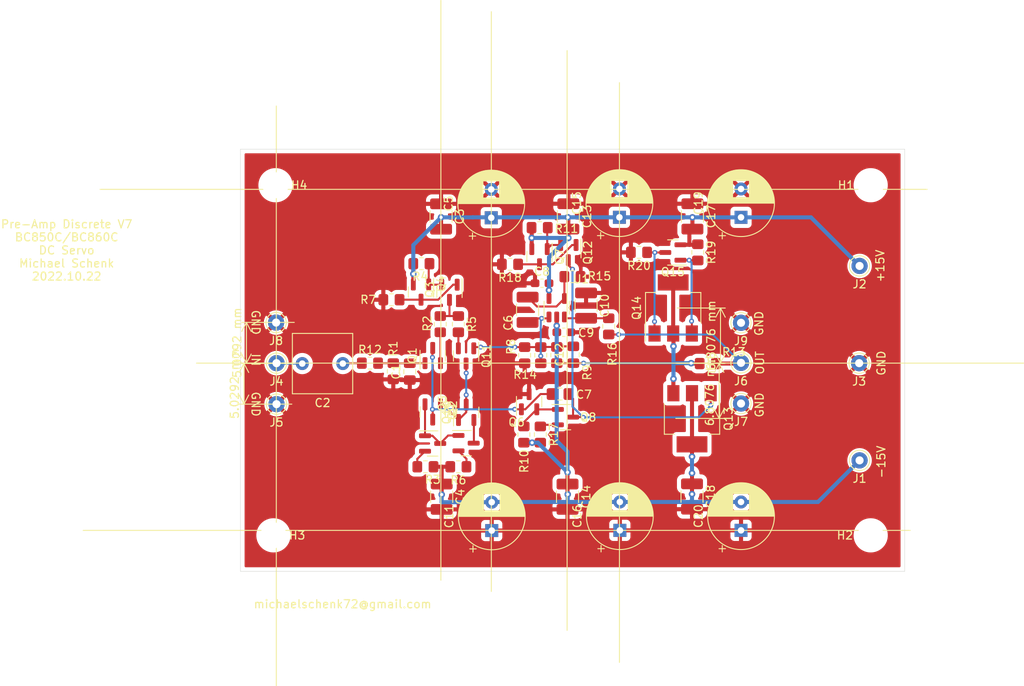
<source format=kicad_pcb>
(kicad_pcb (version 20211014) (generator pcbnew)
  (layers (0 "F.Cu" signal) (31 "B.Cu" signal) (34 "B.Paste" user) (35 "F.Paste" user) (36 "B.SilkS" user "B.Silkscreen") (37 "F.SilkS" user "F.Silkscreen") (38 "B.Mask" user) (39 "F.Mask" user) (44 "Edge.Cuts" user))
  (net 0 "")
  (net 1 "GND")
  (net 2 "+15V")
  (net 3 "Net-(C2-Pad2)")
  (net 4 "Net-(C2-Pad1)")
  (net 5 "-15V")
  (net 6 "Net-(Q1-Pad1)")
  (net 7 "Net-(C7-Pad1)")
  (net 8 "Net-(C10-Pad2)")
  (net 9 "Net-(Q3-Pad3)")
  (net 10 "Net-(Q1-Pad3)")
  (net 11 "Net-(Q6-Pad2)")
  (net 12 "Net-(Q2-Pad3)")
  (net 13 "Net-(C12-Pad2)")
  (net 14 "Net-(C12-Pad1)")
  (net 15 "Net-(C6-Pad2)")
  (net 16 "DCSERVO_OUT")
  (net 17 "DCSERVO_IN")
  (net 18 "Net-(Q1-Pad2)")
  (net 19 "Net-(Q2-Pad2)")
  (net 20 "Net-(Q11-Pad3)")
  (net 21 "Net-(Q5-Pad2)")
  (net 22 "Net-(Q11-Pad2)")
  (net 23 "Net-(R7-Pad1)")
  (net 24 "Net-(R4-Pad2)")
  (net 25 "Net-(Q5-Pad3)")
  (net 26 "Net-(R11-Pad2)")
  (net 27 "Net-(Q7-Pad3)")
  (net 28 "Net-(Q8-Pad2)")
  (net 29 "Net-(Q14-Pad1)")
  (net 30 "Net-(Q14-Pad3)")
  (footprint "Capacitor_THT:C_Rect_L7.2mm_W7.2mm_P5.00mm_FKS2_FKP2_MKS2_MKP2" (layer "F.Cu") (at 134.54 122.3264 180)
    (fp_text reference "C2")
    (fp_text value "2.2uF")
  )
  (footprint "MountingHole:MountingHole_3.2mm_M3" (layer "F.Cu") (at 125.984 143.51)
    (fp_text reference "H3")
    (fp_text value "MountingHole")
  )
  (footprint "Connector_Pin:Pin_D1.0mm_L10.0mm" (layer "F.Cu") (at 126.365 122.2756)
    (fp_text reference "J4")
    (fp_text value "Conn_01x01")
  )
  (footprint "Connector_Pin:Pin_D1.0mm_L10.0mm" (layer "F.Cu") (at 126.365 127.3302)
    (fp_text reference "J5")
    (fp_text value "Conn_01x01")
  )
  (footprint "Package_TO_SOT_SMD:SOT-23" (layer "F.Cu") (at 157.5156 127.0277 90)
    (fp_text reference "Q6")
    (fp_text value "BC850C")
  )
  (footprint "Package_TO_SOT_SMD:SOT-23" (layer "F.Cu") (at 158.8008 109.1415 -90)
    (fp_text reference "Q7")
    (fp_text value "BC860C")
  )
  (footprint "Resistor_SMD:R_0805_2012Metric_Pad1.20x1.40mm_HandSolder" (layer "F.Cu") (at 140.7668 123.2756 -90)
    (fp_text reference "R1")
    (fp_text value "10k")
  )
  (footprint "Resistor_SMD:R_0805_2012Metric_Pad1.20x1.40mm_HandSolder" (layer "F.Cu") (at 146.558 117.4656 -90)
    (fp_text reference "R2")
    (fp_text value "180R")
  )
  (footprint "Resistor_SMD:R_0805_2012Metric_Pad1.20x1.40mm_HandSolder" (layer "F.Cu") (at 144.7292 135.0518)
    (fp_text reference "R3")
    (fp_text value "220R")
  )
  (footprint "Resistor_SMD:R_0805_2012Metric_Pad1.20x1.40mm_HandSolder" (layer "F.Cu") (at 148.7932 117.4656 -90)
    (fp_text reference "R5")
    (fp_text value "180R")
  )
  (footprint "Resistor_SMD:R_0805_2012Metric_Pad1.20x1.40mm_HandSolder" (layer "F.Cu") (at 148.7932 135.0518 180)
    (fp_text reference "R6")
    (fp_text value "220R")
  )
  (footprint "Resistor_SMD:R_0805_2012Metric_Pad1.20x1.40mm_HandSolder" (layer "F.Cu") (at 160.9344 121.2756 90)
    (fp_text reference "R9")
    (fp_text value "22k")
  )
  (footprint "Resistor_SMD:R_0805_2012Metric_Pad1.20x1.40mm_HandSolder" (layer "F.Cu") (at 156.8704 131.08 -90)
    (fp_text reference "R10")
    (fp_text value "1k")
  )
  (footprint "MountingHole:MountingHole_3.2mm_M3" (layer "F.Cu") (at 199.644 143.51)
    (fp_text reference "H2")
    (fp_text value "MountingHole")
  )
  (footprint "MountingHole:MountingHole_3.2mm_M3" (layer "F.Cu") (at 199.644 100.33)
    (fp_text reference "H1")
    (fp_text value "MountingHole")
  )
  (footprint "Resistor_SMD:R_0805_2012Metric_Pad1.20x1.40mm_HandSolder" (layer "F.Cu") (at 158.8168 105.5624)
    (fp_text reference "R11")
    (fp_text value "75R")
  )
  (footprint "MountingHole:MountingHole_3.2mm_M3" (layer "F.Cu") (at 126.238 100.33)
    (fp_text reference "H4")
    (fp_text value "MountingHole")
  )
  (footprint "Resistor_SMD:R_0805_2012Metric_Pad1.20x1.40mm_HandSolder" (layer "F.Cu") (at 156.9659 121.2944 -90)
    (fp_text reference "R8")
    (fp_text value "10k")
  )
  (footprint "Capacitor_SMD:C_0805_2012Metric_Pad1.18x1.45mm_HandSolder" (layer "F.Cu") (at 162.9664 121.2381 90)
    (fp_text reference "C12")
    (fp_text value "0pF")
  )
  (footprint "Connector_Pin:Pin_D1.0mm_L10.0mm" (layer "F.Cu") (at 183.652176 122.2375)
    (fp_text reference "J6")
    (fp_text value "Conn_01x01")
  )
  (footprint "Connector_Pin:Pin_D1.0mm_L10.0mm" (layer "F.Cu") (at 183.652176 127.254)
    (fp_text reference "J7")
    (fp_text value "Conn_01x01")
  )
  (footprint "Resistor_SMD:R_0805_2012Metric_Pad1.20x1.40mm_HandSolder" (layer "F.Cu") (at 179.553376 122.3264 180)
    (fp_text reference "R13")
    (fp_text value "47R")
  )
  (footprint "Package_TO_SOT_SMD:SOT-23" (layer "F.Cu") (at 162.0012 128.9304)
    (fp_text reference "Q8")
    (fp_text value "BC850C")
  )
  (footprint "Capacitor_SMD:C_1210_3225Metric_Pad1.33x2.70mm_HandSolder" (layer "F.Cu") (at 157.3287 115.6931 90)
    (fp_text reference "C6")
    (fp_text value "1uF")
  )
  (footprint "Capacitor_SMD:C_0603_1608Metric_Pad1.08x0.95mm_HandSolder" (layer "F.Cu") (at 159.1078 112.4204)
    (fp_text reference "C8")
    (fp_text value "100nF")
  )
  (footprint "Capacitor_SMD:C_0603_1608Metric_Pad1.08x0.95mm_HandSolder" (layer "F.Cu") (at 161.798 118.4656 180)
    (fp_text reference "C9")
    (fp_text value "100nF")
  )
  (footprint "Capacitor_SMD:C_1210_3225Metric_Pad1.33x2.70mm_HandSolder" (layer "F.Cu") (at 164.5423 115.1759 -90)
    (fp_text reference "C10")
    (fp_text value "1uF")
  )
  (footprint "Connector_Pin:Pin_D1.0mm_L10.0mm" (layer "F.Cu") (at 198.2724 134.2644)
    (fp_text reference "J1")
    (fp_text value "Conn_01x01")
  )
  (footprint "Connector_Pin:Pin_D1.0mm_L10.0mm" (layer "F.Cu") (at 198.2724 110.2868)
    (fp_text reference "J2")
    (fp_text value "Conn_01x01")
  )
  (footprint "Connector_Pin:Pin_D1.0mm_L10.0mm" (layer "F.Cu") (at 198.2216 122.2756)
    (fp_text reference "J3")
    (fp_text value "Conn_01x01")
  )
  (footprint "Package_TO_SOT_SMD:SOT-23" (layer "F.Cu") (at 147.6949 113.5346 -90)
    (fp_text reference "Q3")
    (fp_text value "BC860C")
  )
  (footprint "Package_TO_SOT_SMD:SOT-23" (layer "F.Cu") (at 144.1856 113.5103 -90)
    (fp_text reference "Q4")
    (fp_text value "BC860C")
  )
  (footprint "Resistor_SMD:R_0805_2012Metric_Pad1.20x1.40mm_HandSolder" (layer "F.Cu") (at 144.2306 110.0074)
    (fp_text reference "R4")
    (fp_text value "150R")
  )
  (footprint "Resistor_SMD:R_0805_2012Metric_Pad1.20x1.40mm_HandSolder" (layer "F.Cu") (at 140.5382 114.4524 180)
    (fp_text reference "R7")
    (fp_text value "10k")
  )
  (footprint "Resistor_SMD:R_0805_2012Metric_Pad1.20x1.40mm_HandSolder" (layer "F.Cu") (at 158.9532 121.2944 90)
    (fp_text reference "R14")
    (fp_text value "10k")
  )
  (footprint "Resistor_SMD:R_0805_2012Metric_Pad1.20x1.40mm_HandSolder" (layer "F.Cu") (at 162.8648 111.6076)
    (fp_text reference "R15")
    (fp_text value "100k")
  )
  (footprint "Resistor_SMD:R_0805_2012Metric_Pad1.20x1.40mm_HandSolder" (layer "F.Cu") (at 167.3352 117.7384 90)
    (fp_text reference "R16")
    (fp_text value "100k")
  )
  (footprint "Package_TO_SOT_SMD:TSOT-23-5" (layer "F.Cu") (at 160.9203 115.4411 90)
    (fp_text reference "U1")
    (fp_text value "OPA188xxDBV")
  )
  (footprint "Capacitor_SMD:C_0805_2012Metric_Pad1.18x1.45mm_HandSolder" (layer "F.Cu") (at 161.3115 126.0856 180)
    (fp_text reference "C7")
    (fp_text value "0pF")
  )
  (footprint "Package_TO_SOT_SMD:SOT-23" (layer "F.Cu") (at 145.6284 121.3381 90)
    (fp_text reference "Q1")
    (fp_text value "BC860C")
  )
  (footprint "Package_TO_SOT_SMD:SOT-23" (layer "F.Cu") (at 145.6159 132.1816)
    (fp_text reference "Q2")
    (fp_text value "BC850C")
  )
  (footprint "Package_TO_SOT_SMD:SOT-23" (layer "F.Cu") (at 149.7432 132.1433)
    (fp_text reference "Q5")
    (fp_text value "BC850C")
  )
  (footprint "Package_TO_SOT_SMD:SOT-23" (layer "F.Cu") (at 149.7432 121.3843 -90)
    (fp_text reference "Q11")
    (fp_text value "BC860C")
  )
  (footprint "Resistor_SMD:R_0805_2012Metric_Pad1.20x1.40mm_HandSolder" (layer "F.Cu") (at 171.069776 108.6104 180)
    (fp_text reference "R20")
    (fp_text value "10k")
  )
  (footprint "Package_TO_SOT_SMD:SOT-223-3_TabPin2" (layer "F.Cu") (at 175.284176 115.468 90)
    (fp_text reference "Q14")
    (fp_text value "DZT5401")
  )
  (footprint "Capacitor_THT:CP_Radial_D8.0mm_P3.50mm" (layer "F.Cu") (at 168.7068 142.8952 90)
    (fp_text reference "C16")
    (fp_text value "220uF")
  )
  (footprint "Capacitor_SMD:C_1210_3225Metric_Pad1.33x2.70mm_HandSolder" (layer "F.Cu") (at 177.657776 104.1785 -90)
    (fp_text reference "C17")
    (fp_text value "100nF")
  )
  (footprint "Resistor_SMD:R_0805_2012Metric_Pad1.20x1.40mm_HandSolder" (layer "F.Cu") (at 158.9024 131.08 -90)
    (fp_text reference "R17")
    (fp_text value "56")
  )
  (footprint "Connector_Pin:Pin_D1.0mm_L10.0mm" (layer "F.Cu") (at 126.3142 117.2718)
    (fp_text reference "J8")
    (fp_text value "Conn_01x01")
  )
  (footprint "Package_TO_SOT_SMD:SOT-23" (layer "F.Cu") (at 162.3568 108.6381 -90)
    (fp_text reference "Q12")
    (fp_text value "BC860C")
  )
  (footprint "Capacitor_THT:CP_Radial_D8.0mm_P3.50mm" (layer "F.Cu") (at 152.846212 104.3432 90)
    (fp_text reference "C5")
    (fp_text value "220uF")
  )
  (footprint "Capacitor_SMD:C_1210_3225Metric_Pad1.33x2.70mm_HandSolder" (layer "F.Cu") (at 146.7358 138.7471 -90)
    (fp_text reference "C4")
    (fp_text value "100nF")
  )
  (footprint "Package_TO_SOT_SMD:SOT-23" (layer "F.Cu") (at 175.247076 108.6256 180)
    (fp_text reference "Q15")
    (fp_text value "BC860C")
  )
  (footprint "Resistor_SMD:R_0805_2012Metric_Pad1.20x1.40mm_HandSolder" (layer "F.Cu") (at 178.318176 108.6104 -90)
    (fp_text reference "R19")
    (fp_text value "40.2R")
  )
  (footprint "Capacitor_THT:CP_Radial_D8.0mm_P3.50mm" (layer "F.Cu") (at 183.652176 104.2924 90)
    (fp_text reference "C19")
    (fp_text value "220uF")
  )
  (footprint "Connector_Pin:Pin_D1.0mm_L10.0mm" (layer "F.Cu") (at 183.652176 117.2972)
    (fp_text reference "J9")
    (fp_text value "Conn_01x01")
  )
  (footprint "Capacitor_THT:CP_Radial_D8.0mm_P3.50mm" (layer "F.Cu") (at 168.654107 104.2872 90)
    (fp_text reference "C15")
    (fp_text value "220uF")
  )
  (footprint "Capacitor_SMD:C_1210_3225Metric_Pad1.33x2.70mm_HandSolder" (layer "F.Cu") (at 162.3568 104.1785 -90)
    (fp_text reference "C13")
    (fp_text value "100nF")
  )
  (footprint "Resistor_SMD:R_0805_2012Metric_Pad1.20x1.40mm_HandSolder" (layer "F.Cu") (at 155.1592 110.0836 180)
    (fp_text reference "R18")
    (fp_text value "10k")
  )
  (footprint "Package_TO_SOT_SMD:SOT-23" (layer "F.Cu") (at 149.7584 128.3439 90)
    (fp_text reference "Q10")
    (fp_text value "BC850C")
  )
  (footprint "Capacitor_SMD:C_1210_3225Metric_Pad1.33x2.70mm_HandSolder" (layer "F.Cu") (at 146.6596 104.1908 -90)
    (fp_text reference "C3")
    (fp_text value "100nF")
  )
  (footprint "Resistor_SMD:R_0805_2012Metric_Pad1.20x1.40mm_HandSolder" (layer "F.Cu") (at 137.8872 122.2756)
    (fp_text reference "R12")
    (fp_text value "470R")
  )
  (footprint "Capacitor_SMD:C_1210_3225Metric_Pad1.33x2.70mm_HandSolder" (layer "F.Cu") (at 177.606976 138.7225 -90)
    (fp_text reference "C18")
    (fp_text value "100nF")
  )
  (footprint "Package_TO_SOT_SMD:SOT-223-3_TabPin2" (layer "F.Cu") (at 177.606976 129.134 -90)
    (fp_text reference "Q13")
    (fp_text value "DZT5401")
  )
  (footprint "Capacitor_SMD:C_1210_3225Metric_Pad1.33x2.70mm_HandSolder" (layer "F.Cu") (at 162.2552 138.7471 -90)
    (fp_text reference "C14")
    (fp_text value "100nF")
  )
  (footprint "Capacitor_SMD:C_0805_2012Metric_Pad1.18x1.45mm_HandSolder" (layer "F.Cu") (at 142.7988 123.3209 90)
    (fp_text reference "C1")
    (fp_text value "47p")
  )
  (footprint "Capacitor_THT:CP_Radial_D8.0mm_P3.50mm" (layer "F.Cu") (at 183.652176 142.8952 90)
    (fp_text reference "C20")
    (fp_text value "220uF")
  )
  (footprint "Capacitor_THT:CP_Radial_D8.0mm_P3.50mm" (layer "F.Cu") (at 152.908 142.9206 90)
    (fp_text reference "C11")
    (fp_text value "220uF")
  )
  (footprint "Package_TO_SOT_SMD:SOT-23" (layer "F.Cu") (at 145.6284 128.2931 -90)
    (fp_text reference "Q9")
    (fp_text value "BC850C")
  )
  (gr_line (start 104.6036 100.838) (end 206.6036 100.838) (layer "F.SilkS") (width 0.12))
  (gr_line (start 146.6342 77.5472) (end 146.6342 149.0472) (layer "F.SilkS") (width 0.12))
  (gr_line (start 152.8572 78.931) (end 152.8572 150.431) (layer "F.SilkS") (width 0.12))
  (gr_line (start 102.5208 142.9004) (end 204.5208 142.9004) (layer "F.SilkS") (width 0.12))
  (gr_line (start 168.656 87.6808) (end 168.656 159.1808) (layer "F.SilkS") (width 0.12))
  (gr_line (start 162.2044 83.7316) (end 162.2044 155.2316) (layer "F.SilkS") (width 0.12))
  (gr_line (start 126.3396 90.5642) (end 126.3396 162.0642) (layer "F.SilkS") (width 0.12))
  (gr_line (start 116.5 122.2756) (end 218.5 122.2756) (layer "F.SilkS") (width 0.12))
  (gr_line (start 203.835 95.885) (end 121.92 95.885) (layer "Edge.Cuts") (width 0.05))
  (gr_line (start 203.835 147.955) (end 203.835 95.885) (layer "Edge.Cuts") (width 0.05))
  (gr_line (start 121.92 95.885) (end 121.92 96.52) (layer "Edge.Cuts") (width 0.05))
  (gr_line (start 121.92 96.52) (end 121.92 147.955) (layer "Edge.Cuts") (width 0.05))
  (gr_line (start 121.92 147.955) (end 203.835 147.955) (layer "Edge.Cuts") (width 0.05))
  (gr_text "GND" (at 185.928 127.4318 90) (layer "F.SilkS") (effects (font (size 1 1))))
  (gr_text "OUT" (at 185.9788 122.2248 90) (layer "F.SilkS") (effects (font (size 1 1))))
  (gr_text "GND" (at 200.9521 122.2756 90) (layer "F.SilkS") (effects (font (size 1 1))))
  (gr_text "Pre-Amp Discrete V7\nBC850C/BC860C\nDC Servo\nMichael Schenk\n2022.10.22" (at 100.4824 108.3564) (layer "F.SilkS") (effects (font (size 1 1))))
  (gr_text "michaelschenk72@gmail.com" (at 134.5184 151.9936) (layer "F.SilkS") (effects (font (size 1 1))))
  (gr_text "+15V" (at 200.8124 110.2868 90) (layer "F.SilkS") (effects (font (size 1 1))))
  (gr_text "GND" (at 185.8772 117.3734 90) (layer "F.SilkS") (effects (font (size 1 1))))
  (gr_text "IN" (at 123.7996 121.8692 270) (layer "F.SilkS") (effects (font (size 1 1))))
  (gr_text "GND" (at 123.7996 117.2464 270) (layer "F.SilkS") (effects (font (size 1 1))))
  (gr_text "-15V" (at 200.9394 134.4549 90) (layer "F.SilkS") (effects (font (size 1 1))))
  (gr_text "GND" (at 123.7996 127.3302 270) (layer "F.SilkS") (effects (font (size 1 1))))
  (dimension (type aligned) (layer "F.SilkS") (pts (xy 129.0574 122.2756) (xy 129.0574 117.2464)) (height -6.4008) (gr_text "5.0292 mm" (at 121.5066 119.761 90) (layer "F.SilkS") (effects (font (size 1 1) (thickness 0.15)))) (format (units 3) (units_format 1) (precision 4)) (style (thickness 0.12) (arrow_length 1.27) (text_position_mode 0) (extension_height 0.58642) (extension_offset 0.5) keep_text_aligned))
  (dimension (type aligned) (layer "F.SilkS") (pts (xy 128.7526 127.3302) (xy 128.7526 122.301)) (height -6.4008) (gr_text "5.0292 mm" (at 121.2018 124.8156 90) (layer "F.SilkS") (effects (font (size 1 1) (thickness 0.15)))) (format (units 3) (units_format 1) (precision 4)) (style (thickness 0.12) (arrow_length 1.27) (text_position_mode 0) (extension_height 0.58642) (extension_offset 0.5) keep_text_aligned))
  (dimension (type aligned) (layer "F.SilkS") (pts (xy 175.284176 115.468) (xy 175.270176 122.2756)) (height -5.841151) (gr_text "6.8076 mm" (at 179.968317 118.881447 89.88216996) (layer "F.SilkS") (effects (font (size 1 1) (thickness 0.15)))) (format (units 3) (units_format 1) (precision 4)) (style (thickness 0.12) (arrow_length 1.27) (text_position_mode 0) (extension_height 0.58642) (extension_offset 0.5) keep_text_aligned))
  (dimension (type aligned) (layer "F.SilkS") (pts (xy 175.118637 122.2756) (xy 175.104637 129.0832)) (height -5.841151) (gr_text "6.8076 mm" (at 179.802778 125.689047 89.88216996) (layer "F.SilkS") (effects (font (size 1 1) (thickness 0.15)))) (format (units 3) (units_format 1) (precision 4)) (style (thickness 0.12) (arrow_length 1.27) (text_position_mode 0) (extension_height 0.58642) (extension_offset 0.5) keep_text_aligned))
  (segment (start 162.3568 105.741) (end 162.3568 104.3432) (width 0.5) (layer "F.Cu") (net 2))
  (segment (start 146.6596 104.2924) (end 146.6596 105.7533) (width 0.5) (layer "F.Cu") (net 2))
  (segment (start 157.8356 106.8324) (end 157.8356 108.1888) (width 0.5) (layer "F.Cu") (net 2))
  (segment (start 162.3568 104.3432) (end 162.3008 104.2872) (width 0.5) (layer "F.Cu") (net 2))
  (segment (start 157.8356 105.5812) (end 157.8168 105.5624) (width 0.5) (layer "F.Cu") (net 2))
  (segment (start 157.8356 106.8324) (end 157.8356 105.5812) (width 0.5) (layer "F.Cu") (net 2))
  (segment (start 143.2356 110.0124) (end 143.2306 110.0074) (width 0.5) (layer "F.Cu") (net 2))
  (segment (start 143.2356 111.2724) (end 143.2356 110.0124) (width 0.5) (layer "F.Cu") (net 2))
  (segment (start 178.252976 107.6756) (end 178.318176 107.6104) (width 0.5) (layer "F.Cu") (net 2))
  (segment (start 177.281776 106.117) (end 177.657776 105.741) (width 0.5) (layer "F.Cu") (net 2))
  (segment (start 177.657776 105.741) (end 177.657776 104.2924) (width 0.5) (layer "F.Cu") (net 2))
  (segment (start 162.3568 105.741) (end 162.3568 106.8324) (width 0.5) (layer "F.Cu") (net 2))
  (segment (start 177.281776 107.6756) (end 177.281776 106.117) (width 0.5) (layer "F.Cu") (net 2))
  (segment (start 159.9703 114.3036) (end 159.9703 113.2829) (width 0.5) (layer "F.Cu") (net 2))
  (segment (start 157.8356 108.1888) (end 157.8508 108.204) (width 0.5) (layer "F.Cu") (net 2))
  (segment (start 143.2356 112.5728) (end 143.2356 111.2724) (width 0.5) (layer "F.Cu") (net 2))
  (segment (start 177.281776 107.6756) (end 178.252976 107.6756) (width 0.5) (layer "F.Cu") (net 2))
  (segment (start 159.9703 113.2829) (end 159.9703 112.4204) (width 0.5) (layer "F.Cu") (net 2))
  (segment (start 176.184576 107.6756) (end 177.281776 107.6756) (width 0.5) (layer "F.Cu") (net 2))
  (via (at 157.8356 106.8324) (size 0.8) (drill 0.4) (layers "F.Cu" "B.Cu") (net 2))
  (via (at 143.2356 111.2724) (size 0.8) (drill 0.4) (layers "F.Cu" "B.Cu") (net 2))
  (via (at 146.6596 104.2924) (size 0.8) (drill 0.4) (layers "F.Cu" "B.Cu") (net 2))
  (via (at 159.9703 113.2829) (size 0.8) (drill 0.4) (layers "F.Cu" "B.Cu") (net 2))
  (via (at 162.3008 104.2872) (size 0.8) (drill 0.4) (layers "F.Cu" "B.Cu") (net 2))
  (via (at 162.3568 106.8324) (size 0.8) (drill 0.4) (layers "F.Cu" "B.Cu") (net 2))
  (via (at 177.657776 104.2924) (size 0.8) (drill 0.4) (layers "F.Cu" "B.Cu") (net 2))
  (segment (start 177.652576 104.2872) (end 168.654107 104.2872) (width 0.5) (layer "B.Cu") (net 2))
  (segment (start 177.657776 104.2924) (end 177.652576 104.2872) (width 0.5) (layer "B.Cu") (net 2))
  (segment (start 162.3008 104.2872) (end 150.5764 104.2872) (width 0.5) (layer "B.Cu") (net 2))
  (segment (start 168.654107 104.2872) (end 162.3008 104.2872) (width 0.5) (layer "B.Cu") (net 2))
  (segment (start 162.3568 106.8324) (end 157.8356 106.8324) (width 0.5) (layer "B.Cu") (net 2))
  (segment (start 143.2356 111.2724) (end 143.2356 107.7164) (width 0.5) (layer "B.Cu") (net 2))
  (segment (start 143.2356 107.7164) (end 146.6596 104.2924) (width 0.5) (layer "B.Cu") (net 2))
  (segment (start 159.9703 109.2189) (end 162.3568 106.8324) (width 0.5) (layer "B.Cu") (net 2))
  (segment (start 150.5764 104.2872) (end 150.5712 104.2924) (width 0.5) (layer "B.Cu") (net 2))
  (segment (start 150.5712 104.2924) (end 146.6596 104.2924) (width 0.5) (layer "B.Cu") (net 2))
  (segment (start 183.652176 104.2924) (end 177.657776 104.2924) (width 0.5) (layer "B.Cu") (net 2))
  (segment (start 183.652176 104.2924) (end 192.278 104.2924) (width 0.5) (layer "B.Cu") (net 2))
  (segment (start 192.278 104.2924) (end 198.2724 110.2868) (width 0.5) (layer "B.Cu") (net 2))
  (segment (start 159.9703 113.2829) (end 159.9703 109.2189) (width 0.5) (layer "B.Cu") (net 2))
  (segment (start 129.54 122.3264) (end 126.4158 122.3264) (width 0.25) (layer "B.Cu") (net 3))
  (segment (start 126.4158 122.3264) (end 126.365 122.2756) (width 0.25) (layer "B.Cu") (net 3))
  (segment (start 134.5908 122.2756) (end 134.54 122.3264) (width 0.25) (layer "F.Cu") (net 4))
  (segment (start 136.8872 122.2756) (end 134.5908 122.2756) (width 0.25) (layer "F.Cu") (net 4))
  (segment (start 146.7358 138.4808) (end 146.7358 137.1846) (width 0.5) (layer "F.Cu") (net 5))
  (segment (start 146.7358 135.0518) (end 145.7292 135.0518) (width 0.5) (layer "F.Cu") (net 5))
  (segment (start 160.9203 117.6669) (end 160.9203 118.4504) (width 0.5) (layer "F.Cu") (net 5))
  (segment (start 177.606976 132.284) (end 177.606976 125.984) (width 0.5) (layer "F.Cu") (net 5))
  (segment (start 146.7358 137.1846) (end 146.7358 135.0518) (width 0.5) (layer "F.Cu") (net 5))
  (segment (start 177.606976 133.8072) (end 177.606976 132.284) (width 0.5) (layer "F.Cu") (net 5))
  (segment (start 160.9203 118.4504) (end 160.9355 118.4656) (width 0.5) (layer "F.Cu") (net 5))
  (segment (start 162.2552 137.1846) (end 162.2552 138.43) (width 0.5) (layer "F.Cu") (net 5))
  (segment (start 160.9203 116.5786) (end 160.9203 117.6669) (width 0.5) (layer "F.Cu") (net 5))
  (segment (start 177.606976 137.16) (end 177.606976 138.43) (width 0.5) (layer "F.Cu") (net 5))
  (segment (start 147.7932 135.0518) (end 146.7358 135.0518) (width 0.5) (layer "F.Cu") (net 5))
  (segment (start 177.606976 137.16) (end 177.606976 135.8392) (width 0.5) (layer "F.Cu") (net 5))
  (segment (start 162.2552 138.43) (end 162.2806 138.4554) (width 0.5) (layer "F.Cu") (net 5))
  (segment (start 160.9355 116.7663) (end 160.9203 116.7511) (width 0.25) (layer "F.Cu") (net 5))
  (segment (start 158.9024 132.08) (end 157.8864 132.08) (width 0.5) (layer "F.Cu") (net 5))
  (segment (start 162.2552 137.1846) (end 162.2552 135.7376) (width 0.5) (layer "F.Cu") (net 5))
  (segment (start 157.8864 132.08) (end 156.8704 132.08) (width 0.5) (layer "F.Cu") (net 5))
  (via (at 162.2552 135.7376) (size 0.8) (drill 0.4) (layers "F.Cu" "B.Cu") (net 5))
  (via (at 177.606976 138.43) (size 0.8) (drill 0.4) (layers "F.Cu" "B.Cu") (net 5))
  (via (at 160.9203 117.6669) (size 0.8) (drill 0.4) (layers "F.Cu" "B.Cu") (net 5))
  (via (at 177.606976 135.8392) (size 0.8) (drill 0.4) (layers "F.Cu" "B.Cu") (net 5))
  (via (at 162.2806 138.4554) (size 0.8) (drill 0.4) (layers "F.Cu" "B.Cu") (net 5))
  (via (at 146.7358 138.4808) (size 0.8) (drill 0.4) (layers "F.Cu" "B.Cu") (net 5))
  (via (at 177.606976 133.8072) (size 0.8) (drill 0.4) (layers "F.Cu" "B.Cu") (net 5))
  (via (at 157.8864 132.08) (size 0.8) (drill 0.4) (layers "F.Cu" "B.Cu") (net 5))
  (segment (start 158.5976 132.08) (end 157.8864 132.08) (width 0.5) (layer "B.Cu") (net 5))
  (segment (start 177.606976 138.43) (end 177.606976 139.192) (width 0.5) (layer "B.Cu") (net 5))
  (segment (start 177.403776 139.3952) (end 168.7068 139.3952) (width 0.5) (layer "B.Cu") (net 5))
  (segment (start 183.652176 139.3952) (end 177.403776 139.3952) (width 0.5) (layer "B.Cu") (net 5))
  (segment (start 168.7068 139.3952) (end 162.2806 139.3952) (width 0.5) (layer "B.Cu") (net 5))
  (segment (start 162.2552 133.1976) (end 162.2552 135.7376) (width 0.5) (layer "B.Cu") (net 5))
  (segment (start 162.2806 138.4554) (end 162.2806 139.3952) (width 0.5) (layer "B.Cu") (net 5))
  (segment (start 152.9334 139.3952) (end 152.908 139.4206) (width 0.5) (layer "B.Cu") (net 5))
  (segment (start 160.9203 131.8627) (end 162.2552 133.1976) (width 0.5) (layer "B.Cu") (net 5))
  (segment (start 193.1416 139.3952) (end 198.2724 134.2644) (width 0.5) (layer "B.Cu") (net 5))
  (segment (start 162.2552 135.7376) (end 158.5976 132.08) (width 0.5) (layer "B.Cu") (net 5))
  (segment (start 177.606976 139.192) (end 177.403776 139.3952) (width 0.5) (layer "B.Cu") (net 5))
  (segment (start 183.652176 139.3952) (end 193.1416 139.3952) (width 0.5) (layer "B.Cu") (net 5))
  (segment (start 177.606976 135.8392) (end 177.606976 133.8072) (width 0.5) (layer "B.Cu") (net 5))
  (segment (start 162.2806 139.3952) (end 152.9334 139.3952) (width 0.5) (layer "B.Cu") (net 5))
  (segment (start 146.7358 139.4206) (end 146.7358 138.4808) (width 0.5) (layer "B.Cu") (net 5))
  (segment (start 152.908 139.4206) (end 146.7358 139.4206) (width 0.5) (layer "B.Cu") (net 5))
  (segment (start 160.9203 117.6669) (end 160.9203 131.8627) (width 0.5) (layer "B.Cu") (net 5))
  (segment (start 144.6784 122.2756) (end 142.8066 122.2756) (width 0.25) (layer "F.Cu") (net 6))
  (segment (start 140.7668 122.2756) (end 138.8872 122.2756) (width 0.25) (layer "F.Cu") (net 6))
  (segment (start 140.7746 122.2834) (end 140.7668 122.2756) (width 0.25) (layer "F.Cu") (net 6))
  (segment (start 142.7988 122.2834) (end 140.7746 122.2834) (width 0.25) (layer "F.Cu") (net 6))
  (segment (start 142.8066 122.2756) (end 142.7988 122.2834) (width 0.25) (layer "F.Cu") (net 6))
  (segment (start 164.1602 128.9304) (end 164.1856 128.9558) (width 0.25) (layer "F.Cu") (net 7))
  (segment (start 162.9387 126.6753) (end 162.349 126.0856) (width 0.25) (layer "F.Cu") (net 7))
  (segment (start 162.9387 128.9304) (end 162.9387 126.6753) (width 0.25) (layer "F.Cu") (net 7))
  (segment (start 162.3568 110.1852) (end 162.8648 110.6932) (width 0.25) (layer "F.Cu") (net 7))
  (segment (start 179.918376 125.9954) (end 179.906976 125.984) (width 0.25) (layer "F.Cu") (net 7))
  (segment (start 179.918376 127.4826) (end 179.918376 125.9954) (width 0.25) (layer "F.Cu") (net 7))
  (segment (start 162.9387 128.9304) (end 164.1602 128.9304) (width 0.25) (layer "F.Cu") (net 7))
  (segment (start 162.3568 109.5756) (end 162.3568 110.1852) (width 0.25) (layer "F.Cu") (net 7))
  (via (at 179.918376 127.4826) (size 0.6) (drill 0.3) (layers "F.Cu" "B.Cu") (net 7))
  (via (at 162.8648 110.6932) (size 0.6) (drill 0.3) (layers "F.Cu" "B.Cu") (net 7))
  (via (at 164.1856 128.9558) (size 0.6) (drill 0.3) (layers "F.Cu" "B.Cu") (net 7))
  (segment (start 178.445176 128.9558) (end 179.918376 127.4826) (width 0.25) (layer "B.Cu") (net 7))
  (segment (start 162.8648 110.6932) (end 162.8648 127.635) (width 0.25) (layer "B.Cu") (net 7))
  (segment (start 164.1856 128.9558) (end 178.445176 128.9558) (width 0.25) (layer "B.Cu") (net 7))
  (segment (start 162.8648 127.635) (end 164.1856 128.9558) (width 0.25) (layer "B.Cu") (net 7))
  (segment (start 167.3352 116.7384) (end 164.5423 116.7384) (width 0.25) (layer "F.Cu") (net 8))
  (segment (start 164.5423 116.7384) (end 161.883 116.7384) (width 0.25) (layer "F.Cu") (net 8))
  (segment (start 161.883 116.7384) (end 161.8703 116.7511) (width 0.25) (layer "F.Cu") (net 8))
  (segment (start 148.7932 116.4656) (end 147.7584 116.4656) (width 0.25) (layer "F.Cu") (net 9))
  (segment (start 147.6949 116.4021) (end 147.7584 116.4656) (width 0.25) (layer "F.Cu") (net 9))
  (segment (start 147.7584 116.4656) (end 146.558 116.4656) (width 0.25) (layer "F.Cu") (net 9))
  (segment (start 147.6949 114.4721) (end 147.6949 116.4021) (width 0.25) (layer "F.Cu") (net 9))
  (segment (start 156.5656 127.9652) (end 157.049851 127.9652) (width 0.25) (layer "F.Cu") (net 10))
  (segment (start 145.6284 129.2306) (end 145.6284 128.0008) (width 0.25) (layer "F.Cu") (net 10))
  (segment (start 145.5928 120.4362) (end 145.6284 120.4006) (width 0.25) (layer "F.Cu") (net 10))
  (segment (start 155.7528 127.9652) (end 156.5656 127.9652) (width 0.25) (layer "F.Cu") (net 10))
  (segment (start 145.5928 121.5644) (end 145.5928 120.4362) (width 0.25) (layer "F.Cu") (net 10))
  (segment (start 158.929451 126.0856) (end 160.274 126.0856) (width 0.25) (layer "F.Cu") (net 10))
  (segment (start 145.6284 128.0008) (end 145.5928 127.9652) (width 0.25) (layer "F.Cu") (net 10))
  (segment (start 157.049851 127.9652) (end 158.929451 126.0856) (width 0.25) (layer "F.Cu") (net 10))
  (via (at 155.7528 127.9652) (size 0.6) (drill 0.3) (layers "F.Cu" "B.Cu") (net 10))
  (via (at 145.5928 127.9652) (size 0.6) (drill 0.3) (layers "F.Cu" "B.Cu") (net 10))
  (via (at 145.5928 121.5644) (size 0.6) (drill 0.3) (layers "F.Cu" "B.Cu") (net 10))
  (segment (start 145.5928 127.9652) (end 145.5928 121.5644) (width 0.25) (layer "B.Cu") (net 10))
  (segment (start 145.5928 127.9652) (end 155.7528 127.9652) (width 0.25) (layer "B.Cu") (net 10))
  (segment (start 158.4656 127.9652) (end 156.8704 129.5604) (width 0.25) (layer "F.Cu") (net 11))
  (segment (start 158.4808 127.9804) (end 158.4656 127.9652) (width 0.25) (layer "F.Cu") (net 11))
  (segment (start 161.0637 127.9804) (end 158.4808 127.9804) (width 0.25) (layer "F.Cu") (net 11))
  (segment (start 156.8704 129.5604) (end 156.8704 130.08) (width 0.25) (layer "F.Cu") (net 11))
  (segment (start 144.6784 127.3556) (end 144.6784 131.2316) (width 0.25) (layer "F.Cu") (net 12))
  (segment (start 145.6034 131.2316) (end 146.5534 132.1816) (width 0.25) (layer "F.Cu") (net 12))
  (segment (start 144.6784 131.2316) (end 145.6034 131.2316) (width 0.25) (layer "F.Cu") (net 12))
  (segment (start 147.5417 131.1933) (end 146.5534 132.1816) (width 0.25) (layer "F.Cu") (net 12))
  (segment (start 148.8057 131.1933) (end 147.5417 131.1933) (width 0.25) (layer "F.Cu") (net 12))
  (segment (start 162.9664 120.2006) (end 161.0094 120.2006) (width 0.25) (layer "F.Cu") (net 13))
  (segment (start 158.972 120.2756) (end 158.9532 120.2944) (width 0.25) (layer "F.Cu") (net 13))
  (segment (start 150.8456 120.2944) (end 150.6932 120.4468) (width 0.25) (layer "F.Cu") (net 13))
  (segment (start 161.0094 120.2006) (end 160.9344 120.2756) (width 0.25) (layer "F.Cu") (net 13))
  (segment (start 151.5364 120.2944) (end 150.8456 120.2944) (width 0.25) (layer "F.Cu") (net 13))
  (segment (start 160.9344 120.2756) (end 158.972 120.2756) (width 0.25) (layer "F.Cu") (net 13))
  (segment (start 158.9532 120.2944) (end 156.9659 120.2944) (width 0.25) (layer "F.Cu") (net 13))
  (segment (start 156.9659 120.2944) (end 155.7528 120.2944) (width 0.25) (layer "F.Cu") (net 13))
  (via (at 155.7528 120.2944) (size 0.6) (drill 0.3) (layers "F.Cu" "B.Cu") (net 13))
  (via (at 151.5364 120.2944) (size 0.6) (drill 0.3) (layers "F.Cu" "B.Cu") (net 13))
  (segment (start 155.7528 120.2944) (end 151.5364 120.2944) (width 0.25) (layer "B.Cu") (net 13))
  (segment (start 175.306976 125.984) (end 175.306976 124.22) (width 0.5) (layer "F.Cu") (net 14))
  (segment (start 177.556176 122.3264) (end 177.505376 122.2756) (width 0.5) (layer "F.Cu") (net 14))
  (segment (start 162.9664 122.2756) (end 160.9344 122.2756) (width 0.25) (layer "F.Cu") (net 14))
  (segment (start 162.9664 122.2756) (end 164.2364 122.2756) (width 0.25) (layer "F.Cu") (net 14))
  (segment (start 175.306976 124.22) (end 175.320976 124.206) (width 0.5) (layer "F.Cu") (net 14))
  (segment (start 175.284176 118.618) (end 175.284176 112.318) (width 0.5) (layer "F.Cu") (net 14))
  (segment (start 178.553376 122.3264) (end 177.556176 122.3264) (width 0.5) (layer "F.Cu") (net 14))
  (segment (start 175.320976 118.6548) (end 175.284176 118.618) (width 0.5) (layer "F.Cu") (net 14))
  (segment (start 175.320976 120.1928) (end 175.320976 118.6548) (width 0.5) (layer "F.Cu") (net 14))
  (via (at 175.320976 120.1928) (size 0.8) (drill 0.4) (layers "F.Cu" "B.Cu") (net 14))
  (via (at 175.320976 124.206) (size 0.8) (drill 0.4) (layers "F.Cu" "B.Cu") (net 14))
  (via (at 164.2364 122.2756) (size 0.6) (drill 0.3) (layers "F.Cu" "B.Cu") (net 14))
  (via (at 177.505376 122.2756) (size 0.8) (drill 0.4) (layers "F.Cu" "B.Cu") (net 14))
  (segment (start 175.320976 124.206) (end 175.320976 122.3772) (width 0.5) (layer "B.Cu") (net 14))
  (segment (start 175.320976 122.3772) (end 175.320976 120.1928) (width 0.5) (layer "B.Cu") (net 14))
  (segment (start 175.422576 122.2756) (end 175.320976 122.3772) (width 0.5) (layer "B.Cu") (net 14))
  (segment (start 177.505376 122.2756) (end 175.422576 122.2756) (width 0.5) (layer "B.Cu") (net 14))
  (segment (start 164.2364 122.2756) (end 175.422576 122.2756) (width 0.25) (layer "B.Cu") (net 14))
  (segment (start 161.8703 114.3036) (end 161.8703 111.6131) (width 0.25) (layer "F.Cu") (net 15))
  (segment (start 161.8703 114.3036) (end 160.8828 115.2911) (width 0.25) (layer "F.Cu") (net 15))
  (segment (start 158.4892 115.2911) (end 157.3287 114.1306) (width 0.25) (layer "F.Cu") (net 15))
  (segment (start 160.8828 115.2911) (end 158.4892 115.2911) (width 0.25) (layer "F.Cu") (net 15))
  (segment (start 161.8703 111.6131) (end 161.8648 111.6076) (width 0.25) (layer "F.Cu") (net 15))
  (segment (start 157.8332 116.7511) (end 157.3287 117.2556) (width 0.25) (layer "F.Cu") (net 16))
  (segment (start 159.0686 116.7511) (end 157.8332 116.7511) (width 0.25) (layer "F.Cu") (net 16))
  (segment (start 158.9532 122.2944) (end 158.9532 121.3939) (width 0.25) (layer "F.Cu") (net 16))
  (segment (start 159.9703 116.7511) (end 159.0686 116.7511) (width 0.25) (layer "F.Cu") (net 16))
  (via (at 159.0686 116.7511) (size 0.6) (drill 0.3) (layers "F.Cu" "B.Cu") (net 16))
  (via (at 158.9532 121.3939) (size 0.6) (drill 0.3) (layers "F.Cu" "B.Cu") (net 16))
  (segment (start 158.9532 121.3939) (end 158.9532 116.8665) (width 0.25) (layer "B.Cu") (net 16))
  (segment (start 159.1067 116.7892) (end 159.0686 116.7511) (width 0.25) (layer "B.Cu") (net 16))
  (segment (start 158.9532 116.8665) (end 159.0686 116.7511) (width 0.25) (layer "B.Cu") (net 16))
  (segment (start 183.563276 122.3264) (end 183.652176 122.2375) (width 0.5) (layer "F.Cu") (net 17))
  (segment (start 167.3352 118.7384) (end 168.5478 118.7384) (width 0.25) (layer "F.Cu") (net 17))
  (segment (start 180.553376 122.3264) (end 183.563276 122.3264) (width 0.5) (layer "F.Cu") (net 17))
  (segment (start 183.094539 122.3264) (end 183.183439 122.2375) (width 0.5) (layer "F.Cu") (net 17))
  (segment (start 168.5478 118.7384) (end 168.5544 118.745) (width 0.25) (layer "F.Cu") (net 17))
  (via (at 168.5544 118.745) (size 0.6) (drill 0.3) (layers "F.Cu" "B.Cu") (net 17))
  (segment (start 180.159676 118.745) (end 183.652176 122.2375) (width 0.25) (layer "B.Cu") (net 17))
  (segment (start 168.5544 118.745) (end 180.159676 118.745) (width 0.25) (layer "B.Cu") (net 17))
  (segment (start 146.5784 118.486) (end 146.558 118.4656) (width 0.25) (layer "F.Cu") (net 18))
  (segment (start 146.5784 122.2756) (end 146.5784 118.486) (width 0.25) (layer "F.Cu") (net 18))
  (segment (start 143.7292 134.0808) (end 144.6784 133.1316) (width 0.25) (layer "F.Cu") (net 19))
  (segment (start 143.7292 135.0518) (end 143.7292 134.0808) (width 0.25) (layer "F.Cu") (net 19))
  (segment (start 149.7584 127.4064) (end 149.7584 128.3314) (width 0.25) (layer "F.Cu") (net 20))
  (segment (start 149.7584 122.337) (end 149.7432 122.3218) (width 0.25) (layer "F.Cu") (net 20))
  (segment (start 149.7584 128.3314) (end 148.8084 129.2814) (width 0.25) (layer "F.Cu") (net 20))
  (segment (start 146.8826 127.3556) (end 148.8084 129.2814) (width 0.25) (layer "F.Cu") (net 20))
  (segment (start 146.5784 127.3556) (end 146.8826 127.3556) (width 0.25) (layer "F.Cu") (net 20))
  (segment (start 149.7584 123.4948) (end 149.7584 122.337) (width 0.25) (layer "F.Cu") (net 20))
  (segment (start 149.7584 127.4064) (end 149.7584 126.1872) (width 0.25) (layer "F.Cu") (net 20))
  (via (at 149.7584 126.1872) (size 0.6) (drill 0.3) (layers "F.Cu" "B.Cu") (net 20))
  (via (at 149.7584 123.4948) (size 0.6) (drill 0.3) (layers "F.Cu" "B.Cu") (net 20))
  (segment (start 149.7584 126.1872) (end 149.7584 123.4948) (width 0.25) (layer "B.Cu") (net 20))
  (segment (start 149.7932 135.0518) (end 149.7932 134.0808) (width 0.25) (layer "F.Cu") (net 21))
  (segment (start 149.7932 134.0808) (end 148.8057 133.0933) (width 0.25) (layer "F.Cu") (net 21))
  (segment (start 148.7932 120.4468) (end 148.7932 118.4656) (width 0.25) (layer "F.Cu") (net 22))
  (segment (start 148.154151 112.5971) (end 148.6449 112.5971) (width 0.25) (layer "F.Cu") (net 23))
  (segment (start 141.5428 114.4478) (end 141.5382 114.4524) (width 0.25) (layer "F.Cu") (net 23))
  (segment (start 144.1856 114.4478) (end 141.5428 114.4478) (width 0.25) (layer "F.Cu") (net 23))
  (segment (start 144.1856 114.4478) (end 146.303451 114.4478) (width 0.25) (layer "F.Cu") (net 23))
  (segment (start 146.303451 114.4478) (end 148.154151 112.5971) (width 0.25) (layer "F.Cu") (net 23))
  (segment (start 145.1599 112.5971) (end 145.1356 112.5728) (width 0.25) (layer "F.Cu") (net 24))
  (segment (start 146.7449 112.5971) (end 145.1599 112.5971) (width 0.25) (layer "F.Cu") (net 24))
  (segment (start 145.1356 110.1024) (end 145.2306 110.0074) (width 0.25) (layer "F.Cu") (net 24))
  (segment (start 145.1356 112.5728) (end 145.1356 110.1024) (width 0.25) (layer "F.Cu") (net 24))
  (segment (start 150.7084 129.2814) (end 150.7084 132.1156) (width 0.25) (layer "F.Cu") (net 25))
  (segment (start 150.7084 132.1156) (end 150.6807 132.1433) (width 0.25) (layer "F.Cu") (net 25))
  (segment (start 161.4068 107.7006) (end 160.2542 107.7006) (width 0.25) (layer "F.Cu") (net 26))
  (segment (start 160.2542 107.7006) (end 159.7508 108.204) (width 0.25) (layer "F.Cu") (net 26))
  (segment (start 159.7508 105.6284) (end 159.8168 105.5624) (width 0.25) (layer "F.Cu") (net 26))
  (segment (start 159.7508 108.204) (end 159.7508 105.6284) (width 0.25) (layer "F.Cu") (net 26))
  (segment (start 158.7962 110.0836) (end 158.8008 110.079) (width 0.25) (layer "F.Cu") (net 27))
  (segment (start 156.1592 110.0836) (end 158.7962 110.0836) (width 0.25) (layer "F.Cu") (net 27))
  (segment (start 163.3068 107.7006) (end 162.822549 107.7006) (width 0.25) (layer "F.Cu") (net 27))
  (segment (start 162.822549 107.7006) (end 160.444149 110.079) (width 0.25) (layer "F.Cu") (net 27))
  (segment (start 160.444149 110.079) (end 158.8008 110.079) (width 0.25) (layer "F.Cu") (net 27))
  (segment (start 161.0637 129.8804) (end 159.102 129.8804) (width 0.25) (layer "F.Cu") (net 28))
  (segment (start 159.102 129.8804) (end 158.9024 130.08) (width 0.25) (layer "F.Cu") (net 28))
  (segment (start 172.984176 118.618) (end 172.984176 117.1448) (width 0.25) (layer "F.Cu") (net 29))
  (segment (start 172.084976 108.6256) (end 172.069776 108.6104) (width 0.25) (layer "F.Cu") (net 29))
  (segment (start 173.019776 108.6256) (end 172.084976 108.6256) (width 0.25) (layer "F.Cu") (net 29))
  (segment (start 174.309576 108.6256) (end 173.019776 108.6256) (width 0.25) (layer "F.Cu") (net 29))
  (via (at 173.019776 108.6256) (size 0.6) (drill 0.3) (layers "F.Cu" "B.Cu") (net 29))
  (via (at 172.984176 117.1448) (size 0.6) (drill 0.3) (layers "F.Cu" "B.Cu") (net 29))
  (segment (start 172.984176 117.1448) (end 172.984176 108.6612) (width 0.25) (layer "B.Cu") (net 29))
  (segment (start 172.984176 108.6612) (end 173.019776 108.6256) (width 0.25) (layer "B.Cu") (net 29))
  (segment (start 178.283376 109.5756) (end 178.318176 109.6104) (width 0.25) (layer "F.Cu") (net 30))
  (segment (start 177.584176 117.122) (end 177.556176 117.094) (width 0.25) (layer "F.Cu") (net 30))
  (segment (start 176.184576 109.5756) (end 177.251376 109.5756) (width 0.25) (layer "F.Cu") (net 30))
  (segment (start 177.584176 118.618) (end 177.584176 117.122) (width 0.25) (layer "F.Cu") (net 30))
  (segment (start 177.251376 109.5756) (end 178.283376 109.5756) (width 0.25) (layer "F.Cu") (net 30))
  (via (at 177.556176 117.094) (size 0.6) (drill 0.3) (layers "F.Cu" "B.Cu") (net 30))
  (via (at 177.251376 109.5756) (size 0.6) (drill 0.3) (layers "F.Cu" "B.Cu") (net 30))
  (segment (start 177.556176 117.094) (end 177.556176 109.8804) (width 0.25) (layer "B.Cu") (net 30))
  (segment (start 177.556176 109.8804) (end 177.251376 109.5756) (width 0.25) (layer "B.Cu") (net 30))
  (zone (net 1) (net_name "GND") (layer "F.Cu") (connect_pads (clearance 0.508)) (min_thickness 0.254) (fill yes (thermal_gap 0.508) (thermal_bridge_width 0.508))
    (polygon (pts (xy 203.835 147.955) (xy 121.92 147.955) (xy 121.92 95.885) (xy 203.835 95.885)))
  )
)
</source>
